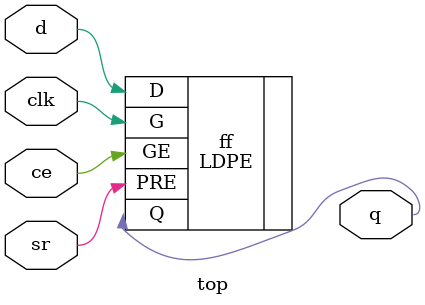
<source format=v>

module top(input clk, ce, sr, d, output q);
	(* LOC="SLICE_X16Y100", BEL="AFF", DONT_TOUCH *)
	LDPE ff (
		.G(clk),
		.GE(ce),
		.PRE(sr),
		.D(d),
		.Q(q)
	);
endmodule


</source>
